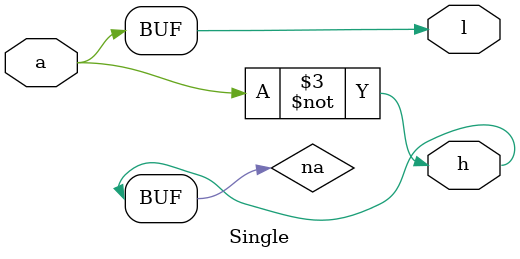
<source format=v>

module Single(a, l, h);
	input a;
	output l, h;

	and s1(l, a, a);
	not n1(na, a);
	and s2(h, na, na);
endmodule
</source>
